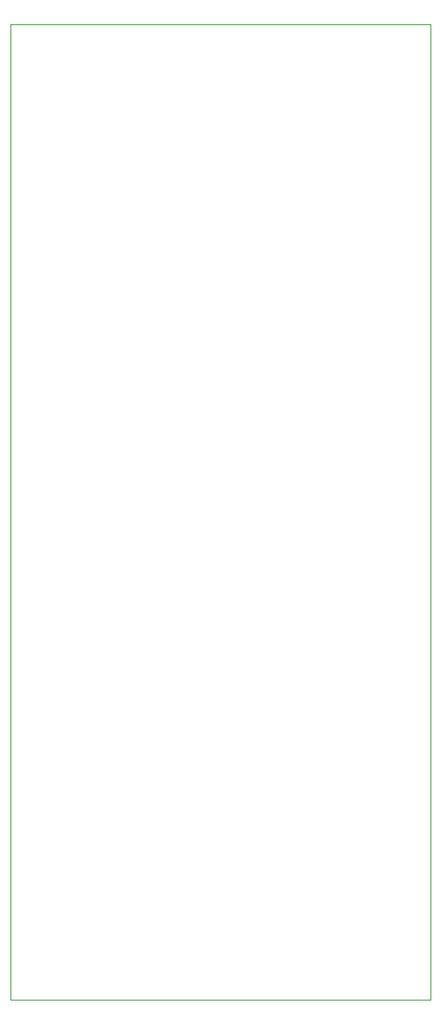
<source format=gbr>
%TF.GenerationSoftware,KiCad,Pcbnew,5.1.10-88a1d61d58~88~ubuntu20.10.1*%
%TF.CreationDate,2021-06-30T17:02:04+02:00*%
%TF.ProjectId,multiplexer-8,6d756c74-6970-46c6-9578-65722d382e6b,v1.0.0*%
%TF.SameCoordinates,Original*%
%TF.FileFunction,Profile,NP*%
%FSLAX46Y46*%
G04 Gerber Fmt 4.6, Leading zero omitted, Abs format (unit mm)*
G04 Created by KiCad (PCBNEW 5.1.10-88a1d61d58~88~ubuntu20.10.1) date 2021-06-30 17:02:04*
%MOMM*%
%LPD*%
G01*
G04 APERTURE LIST*
%TA.AperFunction,Profile*%
%ADD10C,0.050000*%
%TD*%
G04 APERTURE END LIST*
D10*
X106000000Y-139000000D02*
X105000000Y-139000000D01*
X106000000Y-37000000D02*
X106000000Y-139000000D01*
X62000000Y-37000000D02*
X106000000Y-37000000D01*
X62000000Y-139000000D02*
X62000000Y-37000000D01*
X105000000Y-139000000D02*
X62000000Y-139000000D01*
M02*

</source>
